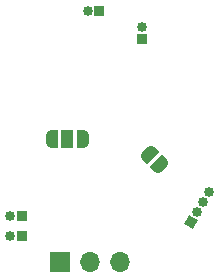
<source format=gbs>
G04 #@! TF.GenerationSoftware,KiCad,Pcbnew,(6.0.7)*
G04 #@! TF.CreationDate,2023-04-27T15:14:37-07:00*
G04 #@! TF.ProjectId,OBC-Attempt-3_Dual_Deploy,4f42432d-4174-4746-956d-70742d335f44,rev?*
G04 #@! TF.SameCoordinates,Original*
G04 #@! TF.FileFunction,Soldermask,Bot*
G04 #@! TF.FilePolarity,Negative*
%FSLAX46Y46*%
G04 Gerber Fmt 4.6, Leading zero omitted, Abs format (unit mm)*
G04 Created by KiCad (PCBNEW (6.0.7)) date 2023-04-27 15:14:37*
%MOMM*%
%LPD*%
G01*
G04 APERTURE LIST*
G04 Aperture macros list*
%AMHorizOval*
0 Thick line with rounded ends*
0 $1 width*
0 $2 $3 position (X,Y) of the first rounded end (center of the circle)*
0 $4 $5 position (X,Y) of the second rounded end (center of the circle)*
0 Add line between two ends*
20,1,$1,$2,$3,$4,$5,0*
0 Add two circle primitives to create the rounded ends*
1,1,$1,$2,$3*
1,1,$1,$4,$5*%
%AMRotRect*
0 Rectangle, with rotation*
0 The origin of the aperture is its center*
0 $1 length*
0 $2 width*
0 $3 Rotation angle, in degrees counterclockwise*
0 Add horizontal line*
21,1,$1,$2,0,0,$3*%
%AMFreePoly0*
4,1,22,0.550000,-0.750000,0.000000,-0.750000,0.000000,-0.745033,-0.079941,-0.743568,-0.215256,-0.701293,-0.333266,-0.622738,-0.424486,-0.514219,-0.481581,-0.384460,-0.499164,-0.250000,-0.500000,-0.250000,-0.500000,0.250000,-0.499164,0.250000,-0.499963,0.256109,-0.478152,0.396186,-0.417904,0.524511,-0.324060,0.630769,-0.204165,0.706417,-0.067858,0.745374,0.000000,0.744959,0.000000,0.750000,
0.550000,0.750000,0.550000,-0.750000,0.550000,-0.750000,$1*%
%AMFreePoly1*
4,1,20,0.000000,0.744959,0.073905,0.744508,0.209726,0.703889,0.328688,0.626782,0.421226,0.519385,0.479903,0.390333,0.500000,0.250000,0.500000,-0.250000,0.499851,-0.262216,0.476331,-0.402017,0.414519,-0.529596,0.319384,-0.634700,0.198574,-0.708877,0.061801,-0.746166,0.000000,-0.745033,0.000000,-0.750000,-0.550000,-0.750000,-0.550000,0.750000,0.000000,0.750000,0.000000,0.744959,
0.000000,0.744959,$1*%
%AMFreePoly2*
4,1,22,0.499999,-0.750000,0.000000,-0.750000,0.000000,-0.745033,-0.079941,-0.743568,-0.215256,-0.701293,-0.333266,-0.622738,-0.424486,-0.514219,-0.481581,-0.384460,-0.499164,-0.250000,-0.500000,-0.250000,-0.500000,0.250000,-0.499164,0.250000,-0.499963,0.256109,-0.478152,0.396186,-0.417904,0.524511,-0.324060,0.630769,-0.204165,0.706417,-0.067858,0.745374,0.000000,0.744960,0.000000,0.750000,
0.499999,0.750000,0.499999,-0.750000,0.499999,-0.750000,$1*%
%AMFreePoly3*
4,1,20,0.000000,0.744960,0.073905,0.744508,0.209726,0.703889,0.328688,0.626782,0.421226,0.519385,0.479903,0.390333,0.500000,0.250000,0.500000,-0.250000,0.499851,-0.262216,0.476331,-0.402017,0.414519,-0.529596,0.319384,-0.634700,0.198574,-0.708877,0.061801,-0.746166,0.000000,-0.745033,0.000000,-0.750000,-0.499999,-0.750000,-0.499999,0.750000,0.000000,0.750000,0.000000,0.744960,
0.000000,0.744960,$1*%
G04 Aperture macros list end*
%ADD10R,1.700000X1.700000*%
%ADD11O,1.700000X1.700000*%
%ADD12R,0.850000X0.850000*%
%ADD13O,0.850000X0.850000*%
%ADD14RotRect,0.850000X0.850000X150.000000*%
%ADD15HorizOval,0.850000X0.000000X0.000000X0.000000X0.000000X0*%
%ADD16FreePoly0,180.000000*%
%ADD17R,1.000000X1.500000*%
%ADD18FreePoly1,180.000000*%
%ADD19FreePoly2,315.000000*%
%ADD20FreePoly3,315.000000*%
G04 APERTURE END LIST*
D10*
X151640000Y-122420000D03*
D11*
X154180000Y-122420000D03*
X156720000Y-122420000D03*
D12*
X158550000Y-103475000D03*
D13*
X158550000Y-102475000D03*
D12*
X154950000Y-101175000D03*
D13*
X153950000Y-101175000D03*
D14*
X162700000Y-119032051D03*
D15*
X163200000Y-118166026D03*
X163700000Y-117300000D03*
X164200000Y-116433975D03*
D12*
X148400000Y-120200000D03*
D13*
X147400000Y-120200000D03*
D12*
X148400000Y-118500000D03*
D13*
X147400000Y-118500000D03*
D16*
X153520000Y-111940000D03*
D17*
X152220000Y-111940000D03*
D18*
X150920000Y-111940000D03*
D19*
X159189908Y-113282153D03*
D20*
X160109146Y-114201391D03*
M02*

</source>
